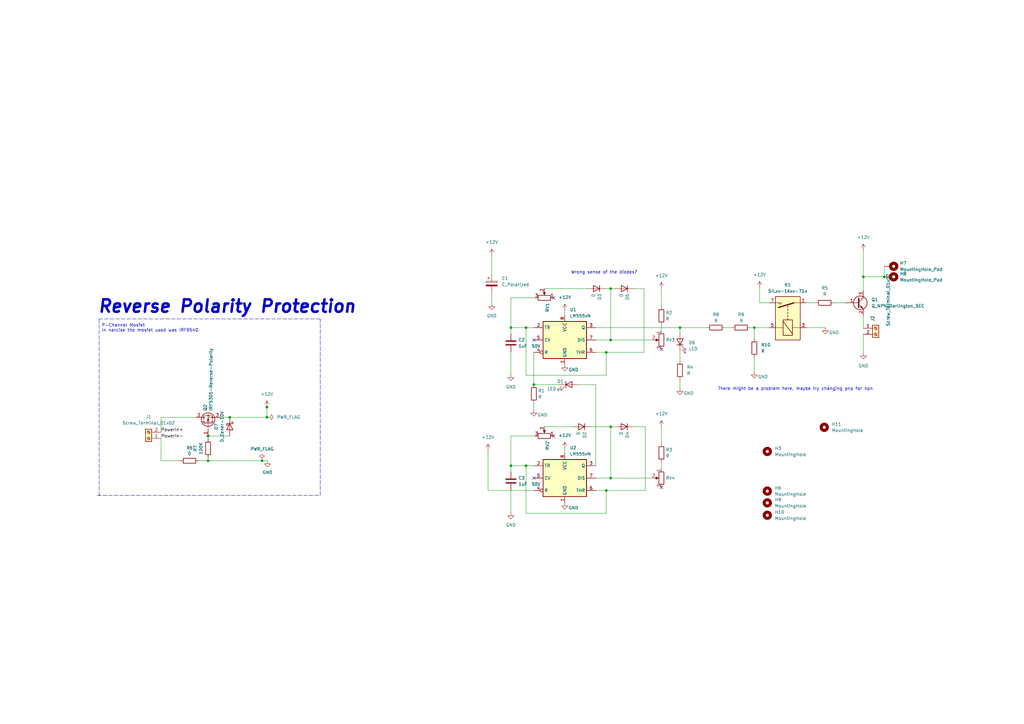
<source format=kicad_sch>
(kicad_sch (version 20211123) (generator eeschema)
  (paper "A3")
  (lib_symbols
    (symbol "Connector:Screw_Terminal_01x02" (pin_names (offset 1.016) hide)
      (property "Reference" "J" (at 0 2.54 0))
      (property "Value" "Screw_Terminal_01x02" (at 0 -5.08 0))
      (symbol "Screw_Terminal_01x02_1_1"
        (rectangle (start -1.27 1.27) (end 1.27 -3.81) (stroke (width 0.254)) (fill (type background)))
        (circle (center 0 -2.54) (radius 0.635) (stroke (width 0.1524)))
        (polyline (pts (xy -0.5334 -2.2098) (xy 0.3302 -3.048)) (stroke (width 0.1524)))
        (polyline (pts (xy -0.5334 0.3302) (xy 0.3302 -0.508)) (stroke (width 0.1524)))
        (polyline (pts (xy -0.3556 -2.032) (xy 0.508 -2.8702)) (stroke (width 0.1524)))
        (polyline (pts (xy -0.3556 0.508) (xy 0.508 -0.3302)) (stroke (width 0.1524)))
        (circle (center 0 0) (radius 0.635) (stroke (width 0.1524)))
        (pin passive line (at -5.08 0 0) (length 3.81) (name "Pin_1") (number "1"))
        (pin passive line (at -5.08 -2.54 0) (length 3.81) (name "Pin_2") (number "2"))
      )
    )
    (symbol "Device:C" (pin_numbers hide) (pin_names (offset 0.254))
      (property "Reference" "C" (at 0.635 2.54 0))
      (property "Value" "C" (at 0.635 -2.54 0))
      (symbol "C_0_1"
        (polyline (pts (xy -2.032 -0.762) (xy 2.032 -0.762)) (stroke (width 0.508)))
        (polyline (pts (xy -2.032 0.762) (xy 2.032 0.762)) (stroke (width 0.508)))
      )
      (symbol "C_1_1"
        (pin passive line (at 0 3.81 270) (length 2.794) (name "~") (number "1"))
        (pin passive line (at 0 -3.81 90) (length 2.794) (name "~") (number "2"))
      )
    )
    (symbol "Device:C_Polarized" (pin_numbers hide) (pin_names (offset 0.254))
      (property "Reference" "C" (at 0.635 2.54 0))
      (property "Value" "C_Polarized" (at 0.635 -2.54 0))
      (symbol "C_Polarized_0_1"
        (rectangle (start -2.286 0.508) (end 2.286 1.016))
        (polyline (pts (xy -1.778 2.286) (xy -0.762 2.286)))
        (polyline (pts (xy -1.27 2.794) (xy -1.27 1.778)))
        (rectangle (start 2.286 -0.508) (end -2.286 -1.016) (fill (type outline)))
      )
      (symbol "C_Polarized_1_1"
        (pin passive line (at 0 3.81 270) (length 2.794) (name "~") (number "1"))
        (pin passive line (at 0 -3.81 90) (length 2.794) (name "~") (number "2"))
      )
    )
    (symbol "Device:D" (pin_numbers hide) (pin_names (offset 1.016) hide)
      (property "Reference" "D" (at 0 2.54 0))
      (property "Value" "D" (at 0 -2.54 0))
      (symbol "D_0_1"
        (polyline (pts (xy -1.27 1.27) (xy -1.27 -1.27)) (stroke (width 0.254)))
        (polyline (pts (xy 1.27 0) (xy -1.27 0)))
        (polyline (pts (xy 1.27 1.27) (xy 1.27 -1.27) (xy -1.27 0) (xy 1.27 1.27)) (stroke (width 0.254)))
      )
      (symbol "D_1_1"
        (pin passive line (at -3.81 0 0) (length 2.54) (name "K") (number "1"))
        (pin passive line (at 3.81 0 180) (length 2.54) (name "A") (number "2"))
      )
    )
    (symbol "Device:D_Schottky" (pin_numbers hide) (pin_names (offset 1.016) hide)
      (property "Reference" "D" (at 0 2.54 0))
      (property "Value" "D_Schottky" (at 0 -2.54 0))
      (symbol "D_Schottky_0_1"
        (polyline (pts (xy 1.27 0) (xy -1.27 0)))
        (polyline (pts (xy 1.27 1.27) (xy 1.27 -1.27) (xy -1.27 0) (xy 1.27 1.27)) (stroke (width 0.254)))
        (polyline (pts (xy -1.905 0.635) (xy -1.905 1.27) (xy -1.27 1.27) (xy -1.27 -1.27) (xy -0.635 -1.27) (xy -0.635 -0.635)) (stroke (width 0.254)))
      )
      (symbol "D_Schottky_1_1"
        (pin passive line (at -3.81 0 0) (length 2.54) (name "K") (number "1"))
        (pin passive line (at 3.81 0 180) (length 2.54) (name "A") (number "2"))
      )
    )
    (symbol "Device:LED" (pin_numbers hide) (pin_names (offset 1.016) hide)
      (property "Reference" "D" (at 0 2.54 0))
      (property "Value" "LED" (at 0 -2.54 0))
      (symbol "LED_0_1"
        (polyline (pts (xy -1.27 -1.27) (xy -1.27 1.27)) (stroke (width 0.254)))
        (polyline (pts (xy -1.27 0) (xy 1.27 0)))
        (polyline (pts (xy 1.27 -1.27) (xy 1.27 1.27) (xy -1.27 0) (xy 1.27 -1.27)) (stroke (width 0.254)))
        (polyline (pts (xy -3.048 -0.762) (xy -4.572 -2.286) (xy -3.81 -2.286) (xy -4.572 -2.286) (xy -4.572 -1.524)))
        (polyline (pts (xy -1.778 -0.762) (xy -3.302 -2.286) (xy -2.54 -2.286) (xy -3.302 -2.286) (xy -3.302 -1.524)))
      )
      (symbol "LED_1_1"
        (pin passive line (at -3.81 0 0) (length 2.54) (name "K") (number "1"))
        (pin passive line (at 3.81 0 180) (length 2.54) (name "A") (number "2"))
      )
    )
    (symbol "Device:Q_NPN_Darlington_BEC" (pin_names (offset 0) hide)
      (property "Reference" "Q" (at 4.572 1.27 0))
      (property "Value" "Q_NPN_Darlington_BEC" (at 4.572 -1.27 0))
      (symbol "Q_NPN_Darlington_BEC_0_1"
        (polyline (pts (xy 0.635 0.635) (xy 2.54 2.54)))
        (polyline (pts (xy 0.635 -0.635) (xy 2.54 -2.54) (xy 2.54 -2.54)))
        (polyline (pts (xy 0.635 0) (xy 2.54 1.905) (xy 2.54 2.54)))
        (polyline (pts (xy 0.635 1.905) (xy 0.635 -1.905) (xy 0.635 -1.905)) (stroke (width 0.508)))
        (polyline (pts (xy 1.27 -1.778) (xy 1.778 -1.27) (xy 2.286 -2.286) (xy 1.27 -1.778) (xy 1.27 -1.778)) (fill (type outline)))
        (circle (center 1.27 0) (radius 2.8194) (stroke (width 0.254)))
      )
      (symbol "Q_NPN_Darlington_BEC_1_1"
        (pin input line (at -5.08 0 0) (length 5.715) (name "B") (number "1"))
        (pin passive line (at 2.54 -5.08 90) (length 2.54) (name "E") (number "2"))
        (pin passive line (at 2.54 5.08 270) (length 2.54) (name "C") (number "3"))
      )
    )
    (symbol "Device:R" (pin_numbers hide) (pin_names (offset 0))
      (property "Reference" "R" (at 2.032 0 90))
      (property "Value" "R" (at 0 0 90))
      (symbol "R_0_1"
        (rectangle (start -1.016 -2.54) (end 1.016 2.54) (stroke (width 0.254)))
      )
      (symbol "R_1_1"
        (pin passive line (at 0 3.81 270) (length 1.27) (name "~") (number "1"))
        (pin passive line (at 0 -3.81 90) (length 1.27) (name "~") (number "2"))
      )
    )
    (symbol "Device:R_Potentiometer" (pin_names (offset 1.016) hide)
      (property "Reference" "RV" (at -4.445 0 90))
      (property "Value" "R_Potentiometer" (at -2.54 0 90))
      (symbol "R_Potentiometer_0_1"
        (polyline (pts (xy 2.54 0) (xy 1.524 0)))
        (polyline (pts (xy 1.143 0) (xy 2.286 0.508) (xy 2.286 -0.508) (xy 1.143 0)) (fill (type outline)))
        (rectangle (start 1.016 2.54) (end -1.016 -2.54) (stroke (width 0.254)))
      )
      (symbol "R_Potentiometer_1_1"
        (pin passive line (at 0 3.81 270) (length 1.27) (name "1") (number "1"))
        (pin passive line (at 3.81 0 180) (length 1.27) (name "2") (number "2"))
        (pin passive line (at 0 -3.81 90) (length 1.27) (name "3") (number "3"))
      )
    )
    (symbol "Mechanical:MountingHole" (pin_names (offset 1.016))
      (property "Reference" "H" (at 0 5.08 0))
      (property "Value" "MountingHole" (at 0 3.175 0))
      (symbol "MountingHole_0_1"
        (circle (center 0 0) (radius 1.27) (stroke (width 1.27)))
      )
    )
    (symbol "Mechanical:MountingHole_Pad" (pin_numbers hide) (pin_names (offset 1.016) hide)
      (property "Reference" "H" (at 0 6.35 0))
      (property "Value" "MountingHole_Pad" (at 0 4.445 0))
      (symbol "MountingHole_Pad_0_1"
        (circle (center 0 1.27) (radius 1.27) (stroke (width 1.27)))
      )
      (symbol "MountingHole_Pad_1_1"
        (pin input line (at 0 -2.54 90) (length 2.54) (name "1") (number "1"))
      )
    )
    (symbol "Relay:SILxx-1Axx-71x"
      (property "Reference" "K" (at 8.89 3.81 0))
      (property "Value" "SILxx-1Axx-71x" (at 8.89 1.27 0))
      (symbol "SILxx-1Axx-71x_0_0"
        (polyline (pts (xy 5.08 5.08) (xy 5.08 2.54) (xy 4.445 3.175) (xy 5.08 3.81)))
      )
      (symbol "SILxx-1Axx-71x_0_1"
        (rectangle (start -10.16 5.08) (end 7.62 -5.08) (stroke (width 0.254)) (fill (type background)))
        (rectangle (start -8.255 1.905) (end -1.905 -1.905) (stroke (width 0.254)))
        (polyline (pts (xy -7.62 -1.905) (xy -2.54 1.905)) (stroke (width 0.254)))
        (polyline (pts (xy -5.08 -5.08) (xy -5.08 -1.905)))
        (polyline (pts (xy -5.08 5.08) (xy -5.08 1.905)))
        (polyline (pts (xy -1.905 0) (xy -1.27 0)) (stroke (width 0.254)))
        (polyline (pts (xy -0.635 0) (xy 0 0)) (stroke (width 0.254)))
        (polyline (pts (xy 0.635 0) (xy 1.27 0)) (stroke (width 0.254)))
        (polyline (pts (xy 1.905 0) (xy 2.54 0)) (stroke (width 0.254)))
        (polyline (pts (xy 3.175 0) (xy 3.81 0)) (stroke (width 0.254)))
        (polyline (pts (xy 5.08 -2.54) (xy 3.175 3.81)) (stroke (width 0.508)))
        (polyline (pts (xy 5.08 -2.54) (xy 5.08 -5.08)))
      )
      (symbol "SILxx-1Axx-71x_1_1"
        (pin passive line (at 5.08 -7.62 90) (length 2.54) (name "~") (number "1"))
        (pin passive line (at -5.08 -7.62 90) (length 2.54) (name "~") (number "3"))
        (pin passive line (at -5.08 7.62 270) (length 2.54) (name "~") (number "5"))
        (pin passive line (at 5.08 7.62 270) (length 2.54) (name "~") (number "7"))
      )
    )
    (symbol "Timer:LM555xN"
      (property "Reference" "U" (at -10.16 8.89 0))
      (property "Value" "LM555xN" (at 2.54 8.89 0))
      (symbol "LM555xN_0_0"
        (pin power_in line (at 0 -10.16 90) (length 2.54) (name "GND") (number "1"))
        (pin power_in line (at 0 10.16 270) (length 2.54) (name "VCC") (number "8"))
      )
      (symbol "LM555xN_0_1"
        (rectangle (start -8.89 -7.62) (end 8.89 7.62) (stroke (width 0.254)) (fill (type background)))
        (rectangle (start -8.89 -7.62) (end 8.89 7.62) (stroke (width 0.254)) (fill (type background)))
      )
      (symbol "LM555xN_1_1"
        (pin input line (at -12.7 5.08 0) (length 3.81) (name "TR") (number "2"))
        (pin output line (at 12.7 5.08 180) (length 3.81) (name "Q") (number "3"))
        (pin input inverted (at -12.7 -5.08 0) (length 3.81) (name "R") (number "4"))
        (pin input line (at -12.7 0 0) (length 3.81) (name "CV") (number "5"))
        (pin input line (at 12.7 -5.08 180) (length 3.81) (name "THR") (number "6"))
        (pin input line (at 12.7 0 180) (length 3.81) (name "DIS") (number "7"))
      )
    )
    (symbol "ariadne-rescue:IRF5305-Reverse-Polarity-ariadne" (pin_names hide)
      (property "Reference" "Q" (at 3.81 1.905 0))
      (property "Value" "IRF5305-Reverse-Polarity-ariadne" (at 3.81 0 0))
      (symbol "IRF5305-Reverse-Polarity-ariadne_0_1"
        (polyline (pts (xy -1.016 0) (xy -3.81 0)))
        (polyline (pts (xy -1.016 1.905) (xy -1.016 -1.905)) (stroke (width 0.254)))
        (polyline (pts (xy -0.508 -1.27) (xy -0.508 -2.286)) (stroke (width 0.254)))
        (polyline (pts (xy -0.508 0.508) (xy -0.508 -0.508)) (stroke (width 0.254)))
        (polyline (pts (xy -0.508 2.286) (xy -0.508 1.27)) (stroke (width 0.254)))
        (polyline (pts (xy 1.27 2.54) (xy 1.27 1.778)))
        (polyline (pts (xy 1.27 -2.54) (xy 1.27 0) (xy -0.508 0)))
        (polyline (pts (xy -0.508 1.778) (xy 2.032 1.778) (xy 2.032 -1.778) (xy -0.508 -1.778)))
        (polyline (pts (xy 1.016 0) (xy 0 0.381) (xy 0 -0.381) (xy 1.016 0)) (fill (type outline)))
        (polyline (pts (xy 1.524 -0.508) (xy 1.651 -0.381) (xy 2.413 -0.381) (xy 2.54 -0.254)))
        (polyline (pts (xy 2.032 -0.381) (xy 1.651 0.254) (xy 2.413 0.254) (xy 2.032 -0.381)))
        (circle (center 0.381 0) (radius 2.794) (stroke (width 0.254)))
        (circle (center 1.27 -1.778) (radius 0.254) (fill (type outline)))
        (circle (center 1.27 1.778) (radius 0.254) (fill (type outline)))
      )
      (symbol "IRF5305-Reverse-Polarity-ariadne_1_1"
        (pin passive line (at -6.35 0 0) (length 2.54) (name "G") (number "1"))
        (pin output line (at 1.27 5.08 270) (length 2.54) (name "D") (number "2"))
        (pin input line (at 1.27 -5.08 90) (length 2.54) (name "S") (number "3"))
      )
    )
    (symbol "power:+12V" (power) (pin_names (offset 0))
      (property "Value" "+12V" (at 0 3.556 0))
      (symbol "+12V_0_1"
        (polyline (pts (xy -0.762 1.27) (xy 0 2.54)))
        (polyline (pts (xy 0 0) (xy 0 2.54)))
        (polyline (pts (xy 0 2.54) (xy 0.762 1.27)))
      )
      (symbol "+12V_1_1"
        (pin power_in line (at 0 0 90) (length 0) hide (name "+12V") (number "1"))
      )
    )
    (symbol "power:GND" (power) (pin_names (offset 0))
      (property "Value" "GND" (at 0 -3.81 0))
      (symbol "GND_0_1"
        (polyline (pts (xy 0 0) (xy 0 -1.27) (xy 1.27 -1.27) (xy 0 -2.54) (xy -1.27 -1.27) (xy 0 -1.27)))
      )
      (symbol "GND_1_1"
        (pin power_in line (at 0 0 270) (length 0) hide (name "GND") (number "1"))
      )
    )
    (symbol "power:PWR_FLAG" (power) (pin_numbers hide) (pin_names (offset 0) hide)
      (property "Value" "PWR_FLAG" (at 0 3.81 0))
      (symbol "PWR_FLAG_0_0"
        (pin power_out line (at 0 0 90) (length 0) (name "pwr") (number "1"))
      )
      (symbol "PWR_FLAG_0_1"
        (polyline (pts (xy 0 0) (xy 0 1.27) (xy -1.016 1.905) (xy 0 2.54) (xy 1.016 1.905) (xy 0 1.27)))
      )
    )
  )
  (junction (at 107.4744 188.976))
  (junction (at 248.666 144.526))
  (junction (at 209.55 191.008))
  (junction (at 250.444 139.446))
  (junction (at 85.344 188.976))
  (junction (at 109.474 166.9754))
  (junction (at 309.372 134.366))
  (junction (at 362.7354 113.538))
  (junction (at 250.444 196.088))
  (junction (at 85.344 178.816))
  (junction (at 109.474 171.1069))
  (junction (at 250.444 175.006))
  (junction (at 215.7509 191.008))
  (junction (at 215.7509 134.366))
  (junction (at 94.234 171.196))
  (junction (at 218.948 157.734))
  (junction (at 278.892 134.366))
  (junction (at 250.444 118.364))
  (junction (at 354.0994 113.538))
  (junction (at 209.55 134.366))
  (junction (at 248.666 201.168))
  (no_connect (at 271.272 143.256))
  (no_connect (at 218.948 196.088))
  (no_connect (at 218.948 139.446))
  (no_connect (at 227.076 122.174))
  (no_connect (at 271.272 199.898))
  (no_connect (at 227.076 178.816))
  (wire (pts (xy 362.7354 109.22) (xy 362.7354 113.538)))
  (wire (pts (xy 250.444 196.088) (xy 267.462 196.088)))
  (wire (pts (xy 315.4914 124.206) (xy 311.5474 124.206)))
  (wire (pts (xy 66.04 177.292) (xy 66.04 171.196)))
  (wire (pts (xy 109.474 171.1069) (xy 109.474 171.196)))
  (wire (pts (xy 242.316 175.006) (xy 250.444 175.006)))
  (wire (pts (xy 264.668 175.006) (xy 264.668 201.168)))
  (wire (pts (xy 215.7509 191.008) (xy 218.948 191.008)))
  (wire (pts (xy 109.474 166.878) (xy 109.474 166.9754)))
  (wire (pts (xy 248.666 144.526) (xy 264.1518 144.526)))
  (polyline (pts (xy 39.878 203.2) (xy 131.318 203.2)))
  (wire (pts (xy 252.2672 118.364) (xy 250.444 118.364)))
  (wire (pts (xy 354.0994 102.616) (xy 354.0994 113.538)))
  (wire (pts (xy 342.0799 124.206) (xy 346.4794 124.206)))
  (wire (pts (xy 209.55 178.816) (xy 219.456 178.816)))
  (wire (pts (xy 218.948 201.168) (xy 200.1656 201.168)))
  (wire (pts (xy 200.1656 201.168) (xy 200.1656 184.6767)))
  (wire (pts (xy 209.55 191.008) (xy 209.55 193.4812)))
  (wire (pts (xy 250.444 139.446) (xy 267.462 139.446)))
  (wire (pts (xy 297.434 134.366) (xy 300.1671 134.366)))
  (wire (pts (xy 215.7509 210.566) (xy 215.7509 191.008)))
  (wire (pts (xy 85.344 187.706) (xy 85.344 188.976)))
  (wire (pts (xy 250.444 118.364) (xy 248.4572 118.364)))
  (wire (pts (xy 231.648 183.896) (xy 231.648 185.928)))
  (polyline (pts (xy 40.64 203.2) (xy 41.148 203.2)))
  (wire (pts (xy 237.1449 157.734) (xy 244.348 157.734)))
  (wire (pts (xy 209.55 144.4592) (xy 209.55 153.6111)))
  (wire (pts (xy 244.348 139.446) (xy 250.444 139.446)))
  (wire (pts (xy 244.348 134.366) (xy 278.892 134.366)))
  (wire (pts (xy 354.0994 137.16) (xy 354.0994 144.7015)))
  (wire (pts (xy 215.7509 134.366) (xy 218.948 134.366)))
  (wire (pts (xy 223.266 175.006) (xy 234.696 175.006)))
  (wire (pts (xy 259.842 175.006) (xy 264.668 175.006)))
  (wire (pts (xy 271.272 133.35) (xy 271.272 135.636)))
  (wire (pts (xy 248.666 153.924) (xy 215.7509 153.924)))
  (wire (pts (xy 244.348 144.526) (xy 248.666 144.526)))
  (wire (pts (xy 223.266 118.364) (xy 240.8372 118.364)))
  (wire (pts (xy 209.55 134.366) (xy 209.55 122.174)))
  (wire (pts (xy 209.55 191.008) (xy 215.7509 191.008)))
  (wire (pts (xy 218.948 165.354) (xy 218.948 168.148)))
  (wire (pts (xy 94.234 178.816) (xy 85.344 178.816)))
  (wire (pts (xy 354.0994 113.538) (xy 362.7354 113.538)))
  (wire (pts (xy 354.0994 129.286) (xy 354.0994 134.62)))
  (wire (pts (xy 248.666 210.566) (xy 215.7509 210.566)))
  (wire (pts (xy 250.444 196.088) (xy 244.348 196.088)))
  (wire (pts (xy 250.444 118.364) (xy 250.444 139.446)))
  (wire (pts (xy 278.892 144.018) (xy 278.892 148.082)))
  (wire (pts (xy 231.648 127.254) (xy 231.648 129.286)))
  (wire (pts (xy 209.55 201.1012) (xy 209.55 210.2531)))
  (wire (pts (xy 90.424 171.196) (xy 94.234 171.196)))
  (polyline (pts (xy 40.64 130.81) (xy 40.64 203.2)))
  (wire (pts (xy 248.666 201.168) (xy 248.666 210.566)))
  (wire (pts (xy 278.892 136.398) (xy 278.892 134.366)))
  (wire (pts (xy 215.7509 153.924) (xy 215.7509 134.366)))
  (wire (pts (xy 271.272 189.5602) (xy 271.272 192.278)))
  (polyline (pts (xy 131.318 130.81) (xy 39.878 130.81)))
  (wire (pts (xy 209.55 191.008) (xy 209.55 178.816)))
  (wire (pts (xy 66.04 188.976) (xy 66.04 179.832)))
  (wire (pts (xy 271.272 175.006) (xy 271.272 181.9402)))
  (wire (pts (xy 201.676 120.142) (xy 201.676 124.46)))
  (wire (pts (xy 109.474 166.9754) (xy 109.474 171.1069)))
  (wire (pts (xy 309.372 134.366) (xy 315.4914 134.366)))
  (wire (pts (xy 278.892 155.702) (xy 278.892 159.258)))
  (wire (pts (xy 250.444 175.006) (xy 250.444 196.088)))
  (wire (pts (xy 354.0994 113.538) (xy 354.0994 119.126)))
  (wire (pts (xy 244.348 201.168) (xy 248.666 201.168)))
  (wire (pts (xy 264.1518 118.364) (xy 259.8872 118.364)))
  (wire (pts (xy 201.676 104.648) (xy 201.676 112.522)))
  (wire (pts (xy 107.4744 188.976) (xy 109.7217 188.976)))
  (wire (pts (xy 66.04 171.196) (xy 80.264 171.196)))
  (wire (pts (xy 311.5474 124.206) (xy 311.5474 117.9957)))
  (wire (pts (xy 94.234 171.196) (xy 109.474 171.196)))
  (wire (pts (xy 81.534 188.976) (xy 85.344 188.976)))
  (wire (pts (xy 330.7314 134.366) (xy 338.5074 134.366)))
  (wire (pts (xy 330.7314 124.206) (xy 334.4599 124.206)))
  (wire (pts (xy 209.55 122.174) (xy 219.456 122.174)))
  (wire (pts (xy 248.666 144.526) (xy 248.666 153.924)))
  (wire (pts (xy 218.948 157.734) (xy 229.5249 157.734)))
  (wire (pts (xy 244.348 157.734) (xy 244.348 191.008)))
  (wire (pts (xy 85.344 180.086) (xy 85.344 178.816)))
  (wire (pts (xy 309.372 138.938) (xy 309.372 134.366)))
  (wire (pts (xy 209.55 134.366) (xy 209.55 136.8392)))
  (wire (pts (xy 307.7871 134.366) (xy 309.372 134.366)))
  (wire (pts (xy 73.914 188.976) (xy 66.04 188.976)))
  (wire (pts (xy 218.948 144.526) (xy 218.948 157.734)))
  (wire (pts (xy 85.344 188.976) (xy 107.4744 188.976)))
  (wire (pts (xy 309.372 146.558) (xy 309.372 152.5108)))
  (wire (pts (xy 264.668 201.168) (xy 248.666 201.168)))
  (wire (pts (xy 264.1518 144.526) (xy 264.1518 118.364)))
  (wire (pts (xy 209.55 134.366) (xy 215.7509 134.366)))
  (wire (pts (xy 250.444 175.006) (xy 252.222 175.006)))
  (wire (pts (xy 271.272 118.364) (xy 271.272 125.73)))
  (polyline (pts (xy 131.318 203.2) (xy 131.318 130.81)))
  (wire (pts (xy 278.892 134.366) (xy 289.814 134.366)))
  (text "Reverse Polarity Protection" (at 39.878 128.778 0) (effects (font (size 5.08 5.08) (thickness 1.016) bold italic) (justify left bottom)))
  (text "Wrong sense of the diodes?" (at 234.188 112.522 0) (effects (font (size 1.27 1.27)) (justify left bottom)))
  (text "There might be a problem here, maybe try changing pnp for npn" (at 294.386 160.274 0) (effects (font (size 1.27 1.27)) (justify left bottom)))
  (text "P-Channel Mosfet\nIn narcise the mosfet used was IRF9540" (at 41.656 136.3285 0) (effects (font (size 1.27 1.27)) (justify left bottom)))
  (label "PowerIn-" (at 66.04 179.832 0))
  (label "PowerIn+" (at 66.04 177.292 0))
  (symbol (lib_id "power:GND") (at 231.648 206.248 0) (unit 1)
    (property "Reference" "#PWR010" (effects hide))
    (property "Value" "GND" (at 235.204 208.28 0))
  )
  (symbol (lib_id "power:+12V") (at 271.272 175.006 0) (unit 1)
    (property "Reference" "#PWR012" (effects hide))
    (property "Value" "+12V" (at 271.272 169.672 0))
  )
  (symbol (lib_id "Device:R_Potentiometer") (at 223.266 178.816 270) (mirror x) (unit 1)
    (property "Reference" "RV2" (at 224.5361 180.848 0) (effects (justify right)))
    (property "Value" "R_Potentiometer" (effects hide))
    (property "Footprint" "Potentiometer_THT:Potentiometer_Bourns_3296W_Vertical" (effects hide))
  )
  (symbol (lib_id "Device:R") (at 338.2699 124.206 270) (unit 1)
    (property "Reference" "R5" (at 338.2699 118.11 90))
    (property "Value" "R" (at 338.2699 120.65 90))
    (property "Footprint" "Resistor_THT:R_Axial_DIN0207_L6.3mm_D2.5mm_P10.16mm_Horizontal" (effects hide))
  )
  (symbol (lib_id "Mechanical:MountingHole") (at 314.706 206.248 0) (unit 1)
    (property "Reference" "H9" (at 317.754 204.9779 0) (effects (justify left)))
    (property "Value" "MountingHole" (at 317.754 207.5179 0) (effects (justify left)))
    (property "Footprint" "MountingHole:MountingHole_3.2mm_M3_Pad_Via" (effects hide))
  )
  (symbol (lib_id "power:GND") (at 278.892 159.258 0) (unit 1)
    (property "Reference" "#PWR0103" (effects hide))
    (property "Value" "GND" (at 282.448 161.29 0))
  )
  (symbol (lib_id "Device:R") (at 85.344 183.896 0) (unit 1)
    (property "Reference" "R7" (at 80.0862 183.896 90))
    (property "Value" "100K" (at 82.3976 183.896 90))
    (property "Footprint" "Resistor_THT:R_Axial_DIN0207_L6.3mm_D2.5mm_P10.16mm_Horizontal" (effects hide))
  )
  (symbol (lib_id "power:GND") (at 209.55 153.6111 0) (unit 1)
    (property "Reference" "#PWR04" (effects hide))
    (property "Value" "GND" (at 209.55 158.6911 0))
  )
  (symbol (lib_id "power:GND") (at 109.7217 188.976 0) (unit 1)
    (property "Reference" "#PWR0102" (effects hide))
    (property "Value" "GND" (at 109.7217 193.7512 0))
  )
  (symbol (lib_id "Device:LED") (at 278.892 140.208 90) (unit 1)
    (property "Reference" "D6" (at 282.448 140.5254 90) (effects (justify right)))
    (property "Value" "LED" (at 282.448 143.0654 90) (effects (justify right)))
    (property "Footprint" "LED_THT:LED_D3.0mm" (effects hide))
  )
  (symbol (lib_id "power:GND") (at 354.0994 144.7015 0) (unit 1)
    (property "Reference" "#PWR0101" (effects hide))
    (property "Value" "GND" (at 354.0994 150.0355 0))
  )
  (symbol (lib_id "Connector:Screw_Terminal_01x02") (at 359.1794 134.62 0) (unit 1)
    (property "Reference" "J2" (at 357.9093 131.826 90) (effects (justify left)))
    (property "Value" "Screw_Terminal_01x02" (at 364.2594 133.858 90) (effects (justify left)))
    (property "Footprint" "TerminalBlock:TerminalBlock_Altech_AK300-2_P5.00mm" (effects hide))
  )
  (symbol (lib_id "power:GND") (at 309.372 152.5108 0) (unit 1)
    (property "Reference" "#PWR014" (effects hide))
    (property "Value" "GND" (at 312.928 154.5428 0))
  )
  (symbol (lib_id "Device:D_Schottky") (at 94.234 175.006 270) (unit 1)
    (property "Reference" "D7" (at 88.7222 175.006 0))
    (property "Value" "D_Zener-10V" (at 91.0336 175.006 0))
    (property "Footprint" "Diode_THT:D_DO-35_SOD27_P7.62mm_Horizontal" (effects hide))
  )
  (symbol (lib_id "Mechanical:MountingHole") (at 338.074 175.26 0) (unit 1)
    (property "Reference" "H11" (at 341.122 173.9899 0) (effects (justify left)))
    (property "Value" "MountingHole" (at 341.122 176.5299 0) (effects (justify left)))
    (property "Footprint" "MountingHole:MountingHole_3.2mm_M3_Pad_Via" (effects hide))
  )
  (symbol (lib_id "power:GND") (at 338.5074 134.366 0) (unit 1)
    (property "Reference" "#PWR013" (effects hide))
    (property "Value" "GND" (at 342.0634 136.398 0))
  )
  (symbol (lib_id "power:+12V") (at 271.272 118.364 0) (unit 1)
    (property "Reference" "#PWR011" (effects hide))
    (property "Value" "+12V" (at 271.272 113.03 0))
  )
  (symbol (lib_id "Device:R") (at 293.624 134.366 270) (unit 1)
    (property "Reference" "R8" (at 293.624 129.032 90))
    (property "Value" "R" (at 293.624 131.572 90))
    (property "Footprint" "Resistor_THT:R_Axial_DIN0207_L6.3mm_D2.5mm_P10.16mm_Horizontal" (effects hide))
  )
  (symbol (lib_id "Device:R_Potentiometer") (at 271.272 196.088 0) (mirror y) (unit 1)
    (property "Reference" "RV4" (at 273.05 196.0879 0) (effects (justify right)))
    (property "Value" "R_Potentiometer" (effects hide))
    (property "Footprint" "Potentiometer_THT:Potentiometer_Bourns_3296W_Vertical" (effects hide))
  )
  (symbol (lib_id "Device:Q_NPN_Darlington_BEC") (at 351.5594 124.206 0) (unit 1)
    (property "Reference" "Q1" (at 357.4014 122.9359 0) (effects (justify left)))
    (property "Value" "Q_NPN_Darlington_BEC" (at 357.4014 125.4759 0) (effects (justify left)))
    (property "Footprint" "Package_TO_SOT_THT:TO-3" (effects hide))
  )
  (symbol (lib_id "Connector:Screw_Terminal_01x02") (at 60.96 179.832 180) (unit 1)
    (property "Reference" "J1" (at 60.96 170.942 0))
    (property "Value" "Screw_Terminal_01x02" (at 60.96 173.482 0))
    (property "Footprint" "TerminalBlock:TerminalBlock_Altech_AK300-2_P5.00mm" (effects hide))
  )
  (symbol (lib_id "Device:R") (at 271.272 129.54 0) (unit 1)
    (property "Reference" "R2" (at 273.05 128.2699 0) (effects (justify left)))
    (property "Value" "R" (at 273.05 130.8099 0) (effects (justify left)))
    (property "Footprint" "Resistor_THT:R_Axial_DIN0207_L6.3mm_D2.5mm_P10.16mm_Horizontal" (effects hide))
  )
  (symbol (lib_id "Device:D") (at 238.506 175.006 180) (unit 1)
    (property "Reference" "D2" (at 239.7761 177.038 90) (effects (justify left)))
    (property "Value" "D" (at 237.2361 177.038 90) (effects (justify left)))
    (property "Footprint" "Diode_THT:D_A-405_P10.16mm_Horizontal" (effects hide))
  )
  (symbol (lib_id "Mechanical:MountingHole") (at 314.706 211.328 0) (unit 1)
    (property "Reference" "H10" (at 317.754 210.0579 0) (effects (justify left)))
    (property "Value" "MountingHole" (at 317.754 212.5979 0) (effects (justify left)))
    (property "Footprint" "MountingHole:MountingHole_3.2mm_M3_Pad_Via" (effects hide))
  )
  (symbol (lib_id "Device:LED") (at 233.3349 157.734 0) (unit 1)
    (property "Reference" "D1" (at 229.87 156.464 0))
    (property "Value" "LED" (at 226.314 159.512 0))
    (property "Footprint" "LED_THT:LED_D3.0mm" (effects hide))
  )
  (symbol (lib_id "power:GND") (at 201.676 124.46 0) (unit 1)
    (property "Reference" "#PWR02" (effects hide))
    (property "Value" "GND" (at 201.676 129.54 0))
  )
  (symbol (lib_id "Device:R") (at 271.272 185.7502 0) (unit 1)
    (property "Reference" "R3" (at 273.05 184.4801 0) (effects (justify left)))
    (property "Value" "R" (at 273.05 187.0201 0) (effects (justify left)))
    (property "Footprint" "Resistor_THT:R_Axial_DIN0207_L6.3mm_D2.5mm_P10.16mm_Horizontal" (effects hide))
  )
  (symbol (lib_id "power:+12V") (at 354.0994 102.616 0) (unit 1)
    (property "Reference" "#PWR015" (effects hide))
    (property "Value" "+12V" (at 354.0994 97.282 0))
  )
  (symbol (lib_id "Device:R_Potentiometer") (at 223.266 122.174 270) (mirror x) (unit 1)
    (property "Reference" "RV1" (at 224.5361 124.206 0) (effects (justify right)))
    (property "Value" "R_Potentiometer" (effects hide))
    (property "Footprint" "Potentiometer_THT:Potentiometer_Bourns_3296W_Vertical" (effects hide))
  )
  (symbol (lib_id "power:+12V") (at 109.474 166.9754 0) (unit 1)
    (property "Reference" "#PWR016" (effects hide))
    (property "Value" "+12V" (at 109.474 161.6414 0))
  )
  (symbol (lib_id "power:+12V") (at 231.648 183.896 0) (unit 1)
    (property "Reference" "#PWR09" (effects hide))
    (property "Value" "+12V" (at 231.648 178.562 0))
  )
  (symbol (lib_id "Device:D") (at 256.0772 118.364 180) (unit 1)
    (property "Reference" "D5" (at 257.3473 120.396 90) (effects (justify left)))
    (property "Value" "D" (at 254.8073 120.396 90) (effects (justify left)))
    (property "Footprint" "Diode_THT:D_A-405_P10.16mm_Horizontal" (effects hide))
  )
  (symbol (lib_id "power:GND") (at 218.948 168.148 0) (unit 1)
    (property "Reference" "#PWR06" (effects hide))
    (property "Value" "GND" (at 222.504 170.18 0))
  )
  (symbol (lib_id "Device:D") (at 244.6472 118.364 180) (unit 1)
    (property "Reference" "D3" (at 245.9173 120.396 90) (effects (justify left)))
    (property "Value" "D" (at 243.3773 120.396 90) (effects (justify left)))
    (property "Footprint" "Diode_THT:D_A-405_P10.16mm_Horizontal" (effects hide))
  )
  (symbol (lib_id "Device:R") (at 303.9771 134.366 270) (unit 1)
    (property "Reference" "R9" (at 305.308 129.032 90) (effects (justify right)))
    (property "Value" "R" (at 304.8 131.572 90) (effects (justify right)))
    (property "Footprint" "Resistor_THT:R_Axial_DIN0207_L6.3mm_D2.5mm_P10.16mm_Horizontal" (effects hide))
  )
  (symbol (lib_id "power:PWR_FLAG") (at 107.4744 188.976 0) (unit 1)
    (property "Reference" "#FLG0101" (effects hide))
    (property "Value" "PWR_FLAG" (at 107.4744 184.15 0))
  )
  (symbol (lib_id "power:+12V") (at 231.648 127.254 0) (unit 1)
    (property "Reference" "#PWR07" (effects hide))
    (property "Value" "+12V" (at 231.648 121.92 0))
  )
  (symbol (lib_id "Mechanical:MountingHole_Pad") (at 365.2754 109.22 270) (unit 1)
    (property "Reference" "H7" (at 369.0854 107.9499 90) (effects (justify left)))
    (property "Value" "MountingHole_Pad" (at 369.0854 110.4899 90) (effects (justify left)))
    (property "Footprint" "MountingHole:MountingHole_4.3mm_M4_Pad_Via" (effects hide))
  )
  (symbol (lib_id "Device:R") (at 278.892 151.892 180) (unit 1)
    (property "Reference" "R4" (at 281.686 150.6219 0) (effects (justify right)))
    (property "Value" "R" (at 281.686 153.1619 0) (effects (justify right)))
    (property "Footprint" "Resistor_THT:R_Axial_DIN0207_L6.3mm_D2.5mm_P10.16mm_Horizontal" (effects hide))
  )
  (symbol (lib_id "power:+12V") (at 201.676 104.648 0) (unit 1)
    (property "Reference" "#PWR01" (effects hide))
    (property "Value" "+12V" (at 201.676 99.314 0))
  )
  (symbol (lib_id "Relay:SILxx-1Axx-71x") (at 323.1114 129.286 90) (unit 1)
    (property "Reference" "K1" (at 323.1114 116.84 90))
    (property "Value" "SILxx-1Axx-71x" (at 323.1114 119.38 90))
    (property "Footprint" "Relay_THT:Relay_SPST_StandexMeder_SIL_Form1A" (effects hide))
    (property "Datasheet" "https://standexelectronics.com/wp-content/uploads/datasheet_reed_relay_SIL.pdf" (effects hide))
  )
  (symbol (lib_id "power:+12V") (at 200.1656 184.6767 0) (unit 1)
    (property "Reference" "#PWR03" (effects hide))
    (property "Value" "+12V" (at 200.1656 179.3427 0))
  )
  (symbol (lib_id "Device:R") (at 218.948 161.544 0) (unit 1)
    (property "Reference" "R1" (at 220.726 160.2739 0) (effects (justify left)))
    (property "Value" "R" (at 220.726 162.8139 0) (effects (justify left)))
    (property "Footprint" "Resistor_THT:R_Axial_DIN0207_L6.3mm_D2.5mm_P10.16mm_Horizontal" (effects hide))
  )
  (symbol (lib_id "Device:D") (at 256.032 175.006 180) (unit 1)
    (property "Reference" "D4" (at 257.3021 177.038 90) (effects (justify left)))
    (property "Value" "D" (at 254.7621 177.038 90) (effects (justify left)))
    (property "Footprint" "Diode_THT:D_A-405_P10.16mm_Horizontal" (effects hide))
  )
  (symbol (lib_id "ariadne-rescue:IRF5305-Reverse-Polarity-ariadne") (at 85.344 172.466 90) (unit 1)
    (property "Reference" "Q2" (at 84.1756 168.529 0) (effects (justify left)))
    (property "Value" "IRF5305-Reverse-Polarity" (at 86.487 168.529 0) (effects (justify left)))
    (property "Footprint" "Package_TO_SOT_THT:TO-220-3_Horizontal_TabDown" (effects hide))
    (property "Datasheet" "http://www.irf.com/product-info/datasheets/data/irf7606pbf.pdf" (effects hide))
  )
  (symbol (lib_id "power:GND") (at 209.55 210.2531 0) (unit 1)
    (property "Reference" "#PWR05" (effects hide))
    (property "Value" "GND" (at 209.55 215.3331 0))
  )
  (symbol (lib_id "Timer:LM555xN") (at 231.648 139.446 0) (unit 1)
    (property "Reference" "U1" (at 233.6674 127 0) (effects (justify left)))
    (property "Value" "LM555xN" (at 233.6674 129.54 0) (effects (justify left)))
    (property "Footprint" "Package_DIP:DIP-8_W7.62mm" (effects hide))
    (property "Datasheet" "http://www.ti.com/lit/ds/symlink/lm555.pdf" (effects hide))
  )
  (symbol (lib_id "Timer:LM555xN") (at 231.648 196.088 0) (unit 1)
    (property "Reference" "U2" (at 233.6674 183.642 0) (effects (justify left)))
    (property "Value" "LM555xN" (at 233.6674 186.182 0) (effects (justify left)))
    (property "Footprint" "Package_DIP:DIP-8_W7.62mm" (effects hide))
    (property "Datasheet" "http://www.ti.com/lit/ds/symlink/lm555.pdf" (effects hide))
  )
  (symbol (lib_id "Device:C") (at 209.55 197.2912 0) (unit 1)
    (property "Reference" "C3" (at 212.598 196.0211 0) (effects (justify left)))
    (property "Value" "1uF  50V" (at 212.598 198.5611 0) (effects (justify left)))
    (property "Footprint" "Capacitor_THT:CP_Radial_D4.0mm_P2.00mm" (effects hide))
  )
  (symbol (lib_id "power:PWR_FLAG") (at 109.474 171.1069 270) (unit 1)
    (property "Reference" "#FLG0102" (effects hide))
    (property "Value" "PWR_FLAG" (at 113.538 171.1068 90) (effects (justify left)))
  )
  (symbol (lib_id "Device:R") (at 309.372 142.748 180) (unit 1)
    (property "Reference" "R10" (at 312.166 141.4779 0) (effects (justify right)))
    (property "Value" "R" (at 312.166 144.0179 0) (effects (justify right)))
    (property "Footprint" "Resistor_THT:R_Axial_DIN0207_L6.3mm_D2.5mm_P10.16mm_Horizontal" (effects hide))
  )
  (symbol (lib_id "Mechanical:MountingHole") (at 314.706 201.422 0) (unit 1)
    (property "Reference" "H6" (at 317.754 200.1519 0) (effects (justify left)))
    (property "Value" "MountingHole" (at 317.754 202.6919 0) (effects (justify left)))
    (property "Footprint" "MountingHole:MountingHole_3.2mm_M3_Pad_Via" (effects hide))
  )
  (symbol (lib_id "Mechanical:MountingHole_Pad") (at 365.2754 113.538 270) (unit 1)
    (property "Reference" "H8" (at 369.0854 112.2679 90) (effects (justify left)))
    (property "Value" "MountingHole_Pad" (at 369.0854 114.8079 90) (effects (justify left)))
    (property "Footprint" "MountingHole:MountingHole_4.3mm_M4_Pad_Via" (effects hide))
  )
  (symbol (lib_id "Mechanical:MountingHole") (at 314.706 185.166 0) (unit 1)
    (property "Reference" "H3" (at 317.754 183.8959 0) (effects (justify left)))
    (property "Value" "MountingHole" (at 317.754 186.4359 0) (effects (justify left)))
    (property "Footprint" "MountingHole:MountingHole_3.2mm_M3_Pad_Via" (effects hide))
  )
  (symbol (lib_id "Device:C_Polarized") (at 201.676 116.332 0) (unit 1)
    (property "Reference" "C1" (at 205.74 114.1729 0) (effects (justify left)))
    (property "Value" "C_Polarized" (at 205.74 116.7129 0) (effects (justify left)))
    (property "Footprint" "Capacitor_THT:CP_Radial_D13.0mm_P5.00mm" (effects hide))
  )
  (symbol (lib_id "Device:R") (at 77.724 188.976 270) (unit 1)
    (property "Reference" "R6" (at 77.724 183.7182 90))
    (property "Value" "0" (at 77.724 186.0296 90))
    (property "Footprint" "Resistor_THT:R_Axial_DIN0207_L6.3mm_D2.5mm_P10.16mm_Horizontal" (effects hide))
  )
  (symbol (lib_id "Device:C") (at 209.55 140.6492 0) (unit 1)
    (property "Reference" "C2" (at 212.598 139.3791 0) (effects (justify left)))
    (property "Value" "1uF  50V" (at 212.598 141.9191 0) (effects (justify left)))
    (property "Footprint" "Capacitor_THT:CP_Radial_D4.0mm_P2.00mm" (effects hide))
  )
  (symbol (lib_id "power:GND") (at 231.648 149.606 0) (unit 1)
    (property "Reference" "#PWR08" (effects hide))
    (property "Value" "GND" (at 235.204 151.638 0))
  )
  (symbol (lib_id "Device:R_Potentiometer") (at 271.272 139.446 0) (mirror y) (unit 1)
    (property "Reference" "RV3" (at 273.05 139.4459 0) (effects (justify right)))
    (property "Value" "R_Potentiometer" (effects hide))
    (property "Footprint" "Potentiometer_THT:Potentiometer_Bourns_3296W_Vertical" (effects hide))
  )
  (symbol (lib_id "power:+12V") (at 311.5474 117.9957 0) (unit 1)
    (property "Reference" "#PWR0104" (effects hide))
    (property "Value" "+12V" (at 311.5474 112.6617 0))
  )
)
</source>
